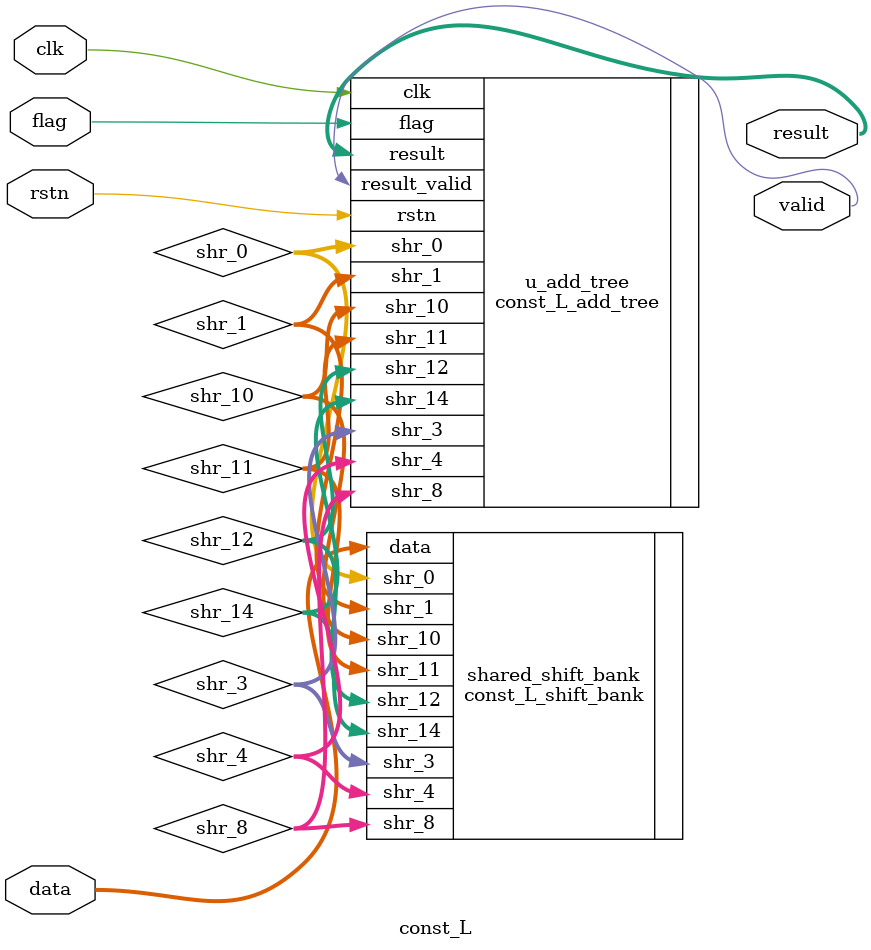
<source format=v>
`timescale 1ns / 1ps
module const_L (
    input  wire [15:0] data,
    input  wire        clk,
    input  wire        rstn,
    input  wire        flag, // 0 for ln2, 1 for log2e
    output wire [15:0] result,
    output wire        valid
);
    wire   [15:0] shr_0;
    wire   [15:0] shr_1;
    wire   [15:0] shr_3;
    wire   [15:0] shr_4;
    wire   [15:0] shr_8;
    wire   [15:0] shr_10;
    wire   [15:0] shr_11;
    wire   [15:0] shr_12;
    wire   [15:0] shr_14;

    const_L_shift_bank #(
        .DATA_WIDTH(16)
    ) shared_shift_bank (
        .data  (data),
        .shr_0 (shr_0),
        .shr_1 (shr_1),
        .shr_3 (shr_3),
        .shr_4 (shr_4),
        .shr_8 (shr_8),
        .shr_10(shr_10),
        .shr_11(shr_11),
        .shr_12(shr_12),
        .shr_14(shr_14)
    );
    
    const_L_add_tree u_add_tree (
        .clk         (clk),
        .rstn        (rstn),
        .flag        (flag),
        .shr_0       (shr_0),
        .shr_1       (shr_1),
        .shr_3       (shr_3),
        .shr_4       (shr_4),
        .shr_8       (shr_8),
        .shr_10      (shr_10),
        .shr_11      (shr_11),
        .shr_12      (shr_12),
        .shr_14      (shr_14),
        .result      (result),
        .result_valid (valid)
    );

endmodule


</source>
